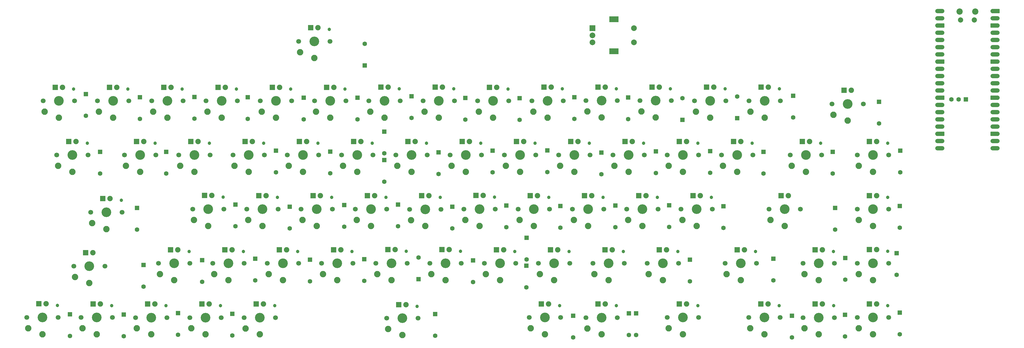
<source format=gbr>
%TF.GenerationSoftware,KiCad,Pcbnew,9.0.2*%
%TF.CreationDate,2025-06-27T22:30:48-07:00*%
%TF.ProjectId,Proj3,50726f6a-332e-46b6-9963-61645f706362,rev?*%
%TF.SameCoordinates,Original*%
%TF.FileFunction,Soldermask,Bot*%
%TF.FilePolarity,Negative*%
%FSLAX46Y46*%
G04 Gerber Fmt 4.6, Leading zero omitted, Abs format (unit mm)*
G04 Created by KiCad (PCBNEW 9.0.2) date 2025-06-27 22:30:48*
%MOMM*%
%LPD*%
G01*
G04 APERTURE LIST*
G04 Aperture macros list*
%AMRoundRect*
0 Rectangle with rounded corners*
0 $1 Rounding radius*
0 $2 $3 $4 $5 $6 $7 $8 $9 X,Y pos of 4 corners*
0 Add a 4 corners polygon primitive as box body*
4,1,4,$2,$3,$4,$5,$6,$7,$8,$9,$2,$3,0*
0 Add four circle primitives for the rounded corners*
1,1,$1+$1,$2,$3*
1,1,$1+$1,$4,$5*
1,1,$1+$1,$6,$7*
1,1,$1+$1,$8,$9*
0 Add four rect primitives between the rounded corners*
20,1,$1+$1,$2,$3,$4,$5,0*
20,1,$1+$1,$4,$5,$6,$7,0*
20,1,$1+$1,$6,$7,$8,$9,0*
20,1,$1+$1,$8,$9,$2,$3,0*%
%AMFreePoly0*
4,1,37,0.800000,0.796148,0.878414,0.796148,1.032228,0.765552,1.177117,0.705537,1.307515,0.618408,1.418408,0.507515,1.505537,0.377117,1.565552,0.232228,1.596148,0.078414,1.596148,-0.078414,1.565552,-0.232228,1.505537,-0.377117,1.418408,-0.507515,1.307515,-0.618408,1.177117,-0.705537,1.032228,-0.765552,0.878414,-0.796148,0.800000,-0.796148,0.800000,-0.800000,-1.400000,-0.800000,
-1.403843,-0.796157,-1.439018,-0.796157,-1.511114,-0.766294,-1.566294,-0.711114,-1.596157,-0.639018,-1.596157,-0.603843,-1.600000,-0.600000,-1.600000,0.600000,-1.596157,0.603843,-1.596157,0.639018,-1.566294,0.711114,-1.511114,0.766294,-1.439018,0.796157,-1.403843,0.796157,-1.400000,0.800000,0.800000,0.800000,0.800000,0.796148,0.800000,0.796148,$1*%
%AMFreePoly1*
4,1,37,1.403843,0.796157,1.439018,0.796157,1.511114,0.766294,1.566294,0.711114,1.596157,0.639018,1.596157,0.603843,1.600000,0.600000,1.600000,-0.600000,1.596157,-0.603843,1.596157,-0.639018,1.566294,-0.711114,1.511114,-0.766294,1.439018,-0.796157,1.403843,-0.796157,1.400000,-0.800000,-0.800000,-0.800000,-0.800000,-0.796148,-0.878414,-0.796148,-1.032228,-0.765552,-1.177117,-0.705537,
-1.307515,-0.618408,-1.418408,-0.507515,-1.505537,-0.377117,-1.565552,-0.232228,-1.596148,-0.078414,-1.596148,0.078414,-1.565552,0.232228,-1.505537,0.377117,-1.418408,0.507515,-1.307515,0.618408,-1.177117,0.705537,-1.032228,0.765552,-0.878414,0.796148,-0.800000,0.796148,-0.800000,0.800000,1.400000,0.800000,1.403843,0.796157,1.403843,0.796157,$1*%
G04 Aperture macros list end*
%ADD10C,1.700000*%
%ADD11C,3.400000*%
%ADD12C,2.250000*%
%ADD13C,1.905000*%
%ADD14R,1.905000X1.905000*%
%ADD15C,1.600000*%
%ADD16RoundRect,0.250000X-0.550000X0.550000X-0.550000X-0.550000X0.550000X-0.550000X0.550000X0.550000X0*%
%ADD17C,1.200000*%
%ADD18RoundRect,0.250000X0.550000X-0.550000X0.550000X0.550000X-0.550000X0.550000X-0.550000X-0.550000X0*%
%ADD19R,2.000000X2.000000*%
%ADD20C,2.000000*%
%ADD21R,3.200000X2.000000*%
%ADD22RoundRect,0.200000X0.600000X0.600000X-0.600000X0.600000X-0.600000X-0.600000X0.600000X-0.600000X0*%
%ADD23RoundRect,0.800000X0.800000X0.000010X-0.800000X0.000010X-0.800000X-0.000010X0.800000X-0.000010X0*%
%ADD24FreePoly0,180.000000*%
%ADD25FreePoly1,180.000000*%
%ADD26C,2.200000*%
%ADD27C,1.850000*%
G04 APERTURE END LIST*
D10*
%TO.C,SW60*%
X113550000Y-289212000D03*
D11*
X119050000Y-289212000D03*
D10*
X124550000Y-289212000D03*
D12*
X119050000Y-295112000D03*
X114050000Y-293012000D03*
D13*
X120320000Y-284412000D03*
D14*
X117780000Y-284412000D03*
%TD*%
D15*
%TO.C,D67*%
X253720000Y-294772000D03*
D16*
X253720000Y-287152000D03*
%TD*%
D15*
%TO.C,D75*%
X298740000Y-256812000D03*
D16*
X298740000Y-249192000D03*
%TD*%
%TO.C,D95*%
X240380000Y-306042000D03*
D15*
X240380000Y-313662000D03*
%TD*%
%TO.C,D57*%
X355630000Y-256632000D03*
D16*
X355630000Y-249012000D03*
%TD*%
D15*
%TO.C,D24*%
X241640000Y-256732000D03*
D16*
X241640000Y-249112000D03*
%TD*%
D15*
%TO.C,D42*%
X222520000Y-259432000D03*
D16*
X222520000Y-251812000D03*
%TD*%
D15*
%TO.C,D43*%
X303680000Y-275442000D03*
D16*
X303680000Y-267822000D03*
%TD*%
D15*
%TO.C,D59*%
X260610000Y-256172000D03*
D16*
X260610000Y-248552000D03*
%TD*%
D15*
%TO.C,D74*%
X336960000Y-256332000D03*
D16*
X336960000Y-248712000D03*
%TD*%
D15*
%TO.C,D80*%
X227360000Y-275172000D03*
D16*
X227360000Y-267552000D03*
%TD*%
D15*
%TO.C,D91*%
X279750000Y-256092000D03*
D16*
X279750000Y-248472000D03*
%TD*%
D15*
%TO.C,D40*%
X379920000Y-256582000D03*
D16*
X379920000Y-248962000D03*
%TD*%
D10*
%TO.C,SW56*%
X223370000Y-307515700D03*
D11*
X228870000Y-307515700D03*
D17*
X234090000Y-303315700D03*
D10*
X234370000Y-307515700D03*
D12*
X228870000Y-313415700D03*
X223870000Y-311315700D03*
D13*
X230140000Y-302715700D03*
D14*
X227600000Y-302715700D03*
%TD*%
D16*
%TO.C,D66*%
X246410000Y-268312000D03*
D15*
X246410000Y-275932000D03*
%TD*%
%TO.C,D41*%
X203550000Y-256522000D03*
D16*
X203550000Y-248902000D03*
%TD*%
D15*
%TO.C,D14*%
X208500000Y-275272000D03*
D16*
X208500000Y-267652000D03*
%TD*%
D15*
%TO.C,D17*%
X234540000Y-286172000D03*
D18*
X234540000Y-293792000D03*
%TD*%
D15*
%TO.C,D34*%
X380780000Y-276342000D03*
D16*
X380780000Y-268722000D03*
%TD*%
D15*
%TO.C,D64*%
X265380000Y-275472000D03*
D16*
X265380000Y-267852000D03*
%TD*%
D15*
%TO.C,D26*%
X308410000Y-313442000D03*
D16*
X308410000Y-305822000D03*
%TD*%
D15*
%TO.C,D107*%
X403520000Y-275602000D03*
D16*
X403520000Y-267982000D03*
%TD*%
D15*
%TO.C,D79*%
X322530000Y-275362000D03*
D16*
X322530000Y-267742000D03*
%TD*%
D15*
%TO.C,D8*%
X403490000Y-313122000D03*
D16*
X403490000Y-305502000D03*
%TD*%
D15*
%TO.C,D18*%
X329810000Y-294552000D03*
D16*
X329810000Y-286932000D03*
%TD*%
D15*
%TO.C,D32*%
X384270000Y-313872000D03*
D16*
X384270000Y-306252000D03*
%TD*%
D15*
%TO.C,D65*%
X284330000Y-275672000D03*
D16*
X284330000Y-268052000D03*
%TD*%
D15*
%TO.C,D81*%
X272420000Y-296662000D03*
D16*
X272420000Y-289042000D03*
%TD*%
D15*
%TO.C,D83*%
X272480000Y-286822000D03*
D16*
X272480000Y-279202000D03*
%TD*%
D15*
%TO.C,D7*%
X310930000Y-313392000D03*
D16*
X310930000Y-305772000D03*
%TD*%
D15*
%TO.C,D106*%
X403630000Y-256142000D03*
D16*
X403630000Y-248522000D03*
%TD*%
D15*
%TO.C,D47*%
X288890000Y-314222000D03*
D16*
X288890000Y-306602000D03*
%TD*%
D15*
%TO.C,D58*%
X341580000Y-275752000D03*
D16*
X341580000Y-268132000D03*
%TD*%
D15*
%TO.C,D5*%
X365620000Y-314262000D03*
D16*
X365620000Y-306642000D03*
%TD*%
D15*
%TO.C,D89*%
X317850000Y-256462000D03*
D16*
X317850000Y-248842000D03*
%TD*%
D17*
%TO.C,SW70*%
X184110000Y-303085700D03*
D11*
X178890000Y-307285700D03*
D14*
X177620000Y-302485700D03*
D13*
X180160000Y-302485700D03*
D12*
X178890000Y-313185700D03*
X173890000Y-311085700D03*
D10*
X173390000Y-307285700D03*
X184390000Y-307285700D03*
%TD*%
D19*
%TO.C,SW66*%
X295650000Y-205462000D03*
D20*
X295650000Y-207962000D03*
X295650000Y-210462000D03*
D21*
X303150000Y-202362000D03*
X303150000Y-213562000D03*
D20*
X310150000Y-205462000D03*
X310150000Y-210462000D03*
%TD*%
D10*
%TO.C,SW33*%
X340940000Y-250092000D03*
D11*
X346440000Y-250092000D03*
D17*
X351660000Y-245892000D03*
D10*
X351940000Y-250092000D03*
D12*
X346440000Y-255992000D03*
X341440000Y-253892000D03*
D13*
X347710000Y-245292000D03*
D14*
X345170000Y-245292000D03*
%TD*%
D10*
%TO.C,SW45*%
X283790000Y-250100000D03*
D11*
X289290000Y-250100000D03*
D17*
X294510000Y-245900000D03*
D10*
X294790000Y-250100000D03*
D12*
X289290000Y-256000000D03*
X284290000Y-253900000D03*
D13*
X290560000Y-245300000D03*
D14*
X288020000Y-245300000D03*
%TD*%
D10*
%TO.C,SW9*%
X295760000Y-288212000D03*
D11*
X301260000Y-288212000D03*
D17*
X306480000Y-284012000D03*
D10*
X306760000Y-288212000D03*
D12*
X301260000Y-294112000D03*
X296260000Y-292012000D03*
D13*
X302530000Y-283412000D03*
D14*
X299990000Y-283412000D03*
%TD*%
D10*
%TO.C,SW38*%
X269560000Y-269142000D03*
D11*
X275060000Y-269142000D03*
D17*
X280280000Y-264942000D03*
D10*
X280560000Y-269142000D03*
D12*
X275060000Y-275042000D03*
X270060000Y-272942000D03*
D13*
X276330000Y-264342000D03*
D14*
X273790000Y-264342000D03*
%TD*%
D10*
%TO.C,SW15*%
X107570000Y-250092000D03*
D11*
X113070000Y-250092000D03*
D17*
X118290000Y-245892000D03*
D10*
X118570000Y-250092000D03*
D12*
X113070000Y-255992000D03*
X108070000Y-253892000D03*
D13*
X114340000Y-245292000D03*
D14*
X111800000Y-245292000D03*
%TD*%
D10*
%TO.C,SW19*%
X357620000Y-269142000D03*
D11*
X363120000Y-269142000D03*
D10*
X368620000Y-269142000D03*
D12*
X363120000Y-275042000D03*
X358120000Y-272942000D03*
D13*
X364390000Y-264342000D03*
D14*
X361850000Y-264342000D03*
%TD*%
D10*
%TO.C,SW30*%
X97090000Y-307222000D03*
D11*
X102590000Y-307222000D03*
D17*
X107810000Y-303022000D03*
D10*
X108090000Y-307222000D03*
D12*
X102590000Y-313122000D03*
X97590000Y-311022000D03*
D13*
X103860000Y-302422000D03*
D14*
X101320000Y-302422000D03*
%TD*%
D10*
%TO.C,SW62*%
X198070000Y-231042000D03*
D11*
X203570000Y-231042000D03*
D17*
X208790000Y-226842000D03*
D10*
X209070000Y-231042000D03*
D12*
X203570000Y-236942000D03*
X198570000Y-234842000D03*
D13*
X204840000Y-226242000D03*
D14*
X202300000Y-226242000D03*
%TD*%
D10*
%TO.C,SW57*%
X135230000Y-307272000D03*
D11*
X140730000Y-307272000D03*
D17*
X145950000Y-303072000D03*
D10*
X146230000Y-307272000D03*
D12*
X140730000Y-313172000D03*
X135730000Y-311072000D03*
D13*
X142000000Y-302472000D03*
D14*
X139460000Y-302472000D03*
%TD*%
D10*
%TO.C,SW63*%
X342160000Y-288202000D03*
D11*
X347660000Y-288202000D03*
D17*
X352880000Y-284002000D03*
D10*
X353160000Y-288202000D03*
D12*
X347660000Y-294102000D03*
X342660000Y-292002000D03*
D13*
X348930000Y-283402000D03*
D14*
X346390000Y-283402000D03*
%TD*%
D10*
%TO.C,SW54*%
X169490000Y-250100000D03*
D11*
X174990000Y-250100000D03*
D17*
X180210000Y-245900000D03*
D10*
X180490000Y-250100000D03*
D12*
X174990000Y-256000000D03*
X169990000Y-253900000D03*
D13*
X176260000Y-245300000D03*
D14*
X173720000Y-245300000D03*
%TD*%
D10*
%TO.C,SW65*%
X388570000Y-269142000D03*
D11*
X394070000Y-269142000D03*
D17*
X399290000Y-264942000D03*
D10*
X399570000Y-269142000D03*
D12*
X394070000Y-275042000D03*
X389070000Y-272942000D03*
D13*
X395340000Y-264342000D03*
D14*
X392800000Y-264342000D03*
%TD*%
D10*
%TO.C,SW2*%
X369520000Y-288192000D03*
D11*
X375020000Y-288192000D03*
D17*
X380240000Y-283992000D03*
D10*
X380520000Y-288192000D03*
D12*
X375020000Y-294092000D03*
X370020000Y-291992000D03*
D13*
X376290000Y-283392000D03*
D14*
X373750000Y-283392000D03*
%TD*%
D10*
%TO.C,SW41*%
X116150000Y-307242000D03*
D11*
X121650000Y-307242000D03*
D17*
X126870000Y-303042000D03*
D10*
X127150000Y-307242000D03*
D12*
X121650000Y-313142000D03*
X116650000Y-311042000D03*
D13*
X122920000Y-302442000D03*
D14*
X120380000Y-302442000D03*
%TD*%
D10*
%TO.C,SW1*%
X350470000Y-307242000D03*
D11*
X355970000Y-307242000D03*
D17*
X361190000Y-303042000D03*
D10*
X361470000Y-307242000D03*
D12*
X355970000Y-313142000D03*
X350970000Y-311042000D03*
D13*
X357240000Y-302442000D03*
D14*
X354700000Y-302442000D03*
%TD*%
D10*
%TO.C,SW4*%
X388570000Y-307242000D03*
D11*
X394070000Y-307242000D03*
D17*
X399290000Y-303042000D03*
D10*
X399570000Y-307242000D03*
D12*
X394070000Y-313142000D03*
X389070000Y-311042000D03*
D13*
X395340000Y-302442000D03*
D14*
X392800000Y-302442000D03*
%TD*%
D10*
%TO.C,SW48*%
X276690000Y-288202000D03*
D11*
X282190000Y-288202000D03*
D17*
X287410000Y-284002000D03*
D10*
X287690000Y-288202000D03*
D12*
X282190000Y-294102000D03*
X277190000Y-292002000D03*
D13*
X283460000Y-283402000D03*
D14*
X280920000Y-283402000D03*
%TD*%
D10*
%TO.C,SW51*%
X293310000Y-230975700D03*
D11*
X298810000Y-230975700D03*
D17*
X304030000Y-226775700D03*
D10*
X304310000Y-230975700D03*
D12*
X298810000Y-236875700D03*
X293810000Y-234775700D03*
D13*
X300080000Y-226175700D03*
D14*
X297540000Y-226175700D03*
%TD*%
D10*
%TO.C,SW5*%
X143320000Y-288212000D03*
D11*
X148820000Y-288212000D03*
D17*
X154040000Y-284012000D03*
D10*
X154320000Y-288212000D03*
D12*
X148820000Y-294112000D03*
X143820000Y-292012000D03*
D13*
X150090000Y-283412000D03*
D14*
X147550000Y-283412000D03*
%TD*%
D10*
%TO.C,SW26*%
X293320000Y-307292000D03*
D11*
X298820000Y-307292000D03*
D17*
X304040000Y-303092000D03*
D10*
X304320000Y-307292000D03*
D12*
X298820000Y-313192000D03*
X293820000Y-311092000D03*
D13*
X300090000Y-302492000D03*
D14*
X297550000Y-302492000D03*
%TD*%
D10*
%TO.C,SW34*%
X326670000Y-269142000D03*
D11*
X332170000Y-269142000D03*
D17*
X337390000Y-264942000D03*
D10*
X337670000Y-269142000D03*
D12*
X332170000Y-275042000D03*
X327170000Y-272942000D03*
D13*
X333440000Y-264342000D03*
D14*
X330900000Y-264342000D03*
%TD*%
D10*
%TO.C,SW69*%
X350560000Y-231022000D03*
D11*
X356060000Y-231022000D03*
D17*
X361280000Y-226822000D03*
D10*
X361560000Y-231022000D03*
D12*
X356060000Y-236922000D03*
X351060000Y-234822000D03*
D13*
X357330000Y-226222000D03*
D14*
X354790000Y-226222000D03*
%TD*%
D10*
%TO.C,SW17*%
X369530000Y-307272000D03*
D11*
X375030000Y-307272000D03*
D17*
X380250000Y-303072000D03*
D10*
X380530000Y-307272000D03*
D12*
X375030000Y-313172000D03*
X370030000Y-311072000D03*
D13*
X376300000Y-302472000D03*
D14*
X373760000Y-302472000D03*
%TD*%
D10*
%TO.C,SW7*%
X181460000Y-288202000D03*
D11*
X186960000Y-288202000D03*
D17*
X192180000Y-284002000D03*
D10*
X192460000Y-288202000D03*
D12*
X186960000Y-294102000D03*
X181960000Y-292002000D03*
D13*
X188230000Y-283402000D03*
D14*
X185690000Y-283402000D03*
%TD*%
D10*
%TO.C,SW13*%
X131390000Y-250100000D03*
D11*
X136890000Y-250100000D03*
D17*
X142110000Y-245900000D03*
D10*
X142390000Y-250100000D03*
D12*
X136890000Y-256000000D03*
X131890000Y-253900000D03*
D13*
X138160000Y-245300000D03*
D14*
X135620000Y-245300000D03*
%TD*%
D10*
%TO.C,SW35*%
X245690000Y-250100000D03*
D11*
X251190000Y-250100000D03*
D17*
X256410000Y-245900000D03*
D10*
X256690000Y-250100000D03*
D12*
X251190000Y-256000000D03*
X246190000Y-253900000D03*
D13*
X252460000Y-245300000D03*
D14*
X249920000Y-245300000D03*
%TD*%
D10*
%TO.C,SW71*%
X273410000Y-307262000D03*
D11*
X278910000Y-307262000D03*
D17*
X284130000Y-303062000D03*
D10*
X284410000Y-307262000D03*
D12*
X278910000Y-313162000D03*
X273910000Y-311062000D03*
D13*
X280180000Y-302462000D03*
D14*
X277640000Y-302462000D03*
%TD*%
D10*
%TO.C,SW40*%
X238600000Y-288182000D03*
D11*
X244100000Y-288182000D03*
D17*
X249320000Y-283982000D03*
D10*
X249600000Y-288182000D03*
D12*
X244100000Y-294082000D03*
X239100000Y-291982000D03*
D13*
X245370000Y-283382000D03*
D14*
X242830000Y-283382000D03*
%TD*%
D10*
%TO.C,SW22*%
X365030000Y-250112000D03*
D11*
X370530000Y-250112000D03*
D17*
X375750000Y-245912000D03*
D10*
X376030000Y-250112000D03*
D12*
X370530000Y-256012000D03*
X365530000Y-253912000D03*
D13*
X371800000Y-245312000D03*
D14*
X369260000Y-245312000D03*
%TD*%
D10*
%TO.C,SW58*%
X236220000Y-231022000D03*
D11*
X241720000Y-231022000D03*
D17*
X246940000Y-226822000D03*
D10*
X247220000Y-231022000D03*
D12*
X241720000Y-236922000D03*
X236720000Y-234822000D03*
D13*
X242990000Y-226222000D03*
D14*
X240450000Y-226222000D03*
%TD*%
D10*
%TO.C,SW36*%
X155290000Y-269122000D03*
D11*
X160790000Y-269122000D03*
D17*
X166010000Y-264922000D03*
D10*
X166290000Y-269122000D03*
D12*
X160790000Y-275022000D03*
X155790000Y-272922000D03*
D13*
X162060000Y-264322000D03*
D14*
X159520000Y-264322000D03*
%TD*%
D10*
%TO.C,SW25*%
X288610000Y-269142000D03*
D11*
X294110000Y-269142000D03*
D17*
X299330000Y-264942000D03*
D10*
X299610000Y-269142000D03*
D12*
X294110000Y-275042000D03*
X289110000Y-272942000D03*
D13*
X295380000Y-264342000D03*
D14*
X292840000Y-264342000D03*
%TD*%
D10*
%TO.C,SW28*%
X388560000Y-288172000D03*
D11*
X394060000Y-288172000D03*
D17*
X399280000Y-283972000D03*
D10*
X399560000Y-288172000D03*
D12*
X394060000Y-294072000D03*
X389060000Y-291972000D03*
D13*
X395330000Y-283372000D03*
D14*
X392790000Y-283372000D03*
%TD*%
D10*
%TO.C,SW31*%
X154340000Y-307275700D03*
D11*
X159840000Y-307275700D03*
D17*
X165060000Y-303075700D03*
D10*
X165340000Y-307275700D03*
D12*
X159840000Y-313175700D03*
X154840000Y-311075700D03*
D13*
X161110000Y-302475700D03*
D14*
X158570000Y-302475700D03*
%TD*%
D10*
%TO.C,SW43*%
X207590000Y-250100000D03*
D11*
X213090000Y-250100000D03*
D17*
X218310000Y-245900000D03*
D10*
X218590000Y-250100000D03*
D12*
X213090000Y-256000000D03*
X208090000Y-253900000D03*
D13*
X214360000Y-245300000D03*
D14*
X211820000Y-245300000D03*
%TD*%
D10*
%TO.C,SW6*%
X193370000Y-269162000D03*
D11*
X198870000Y-269162000D03*
D17*
X204090000Y-264962000D03*
D10*
X204370000Y-269162000D03*
D12*
X198870000Y-275062000D03*
X193870000Y-272962000D03*
D13*
X200140000Y-264362000D03*
D14*
X197600000Y-264362000D03*
%TD*%
D10*
%TO.C,SW23*%
X188540000Y-250100000D03*
D11*
X194040000Y-250100000D03*
D17*
X199260000Y-245900000D03*
D10*
X199540000Y-250100000D03*
D12*
X194040000Y-256000000D03*
X189040000Y-253900000D03*
D13*
X195310000Y-245300000D03*
D14*
X192770000Y-245300000D03*
%TD*%
D10*
%TO.C,SW3*%
X321870000Y-307252000D03*
D11*
X327370000Y-307252000D03*
D17*
X332590000Y-303052000D03*
D10*
X332870000Y-307252000D03*
D12*
X327370000Y-313152000D03*
X322370000Y-311052000D03*
D13*
X328640000Y-302452000D03*
D14*
X326100000Y-302452000D03*
%TD*%
D10*
%TO.C,SW18*%
X119520000Y-270232000D03*
D11*
X125020000Y-270232000D03*
D17*
X130240000Y-266032000D03*
D10*
X130520000Y-270232000D03*
D12*
X125020000Y-276132000D03*
X120020000Y-274032000D03*
D13*
X126290000Y-265432000D03*
D14*
X123750000Y-265432000D03*
%TD*%
D10*
%TO.C,SW61*%
X312290000Y-230972000D03*
D11*
X317790000Y-230972000D03*
D17*
X323010000Y-226772000D03*
D10*
X323290000Y-230972000D03*
D12*
X317790000Y-236872000D03*
X312790000Y-234772000D03*
D13*
X319060000Y-226172000D03*
D14*
X316520000Y-226172000D03*
%TD*%
D10*
%TO.C,SW21*%
X121870000Y-231042000D03*
D11*
X127370000Y-231042000D03*
D17*
X132590000Y-226842000D03*
D10*
X132870000Y-231042000D03*
D12*
X127370000Y-236942000D03*
X122370000Y-234842000D03*
D13*
X128640000Y-226242000D03*
D14*
X126100000Y-226242000D03*
%TD*%
D10*
%TO.C,SW68*%
X192500000Y-210092000D03*
D11*
X198000000Y-210092000D03*
D17*
X203220000Y-205892000D03*
D10*
X203500000Y-210092000D03*
D12*
X198000000Y-215992000D03*
X193000000Y-213892000D03*
D13*
X199270000Y-205292000D03*
D14*
X196730000Y-205292000D03*
%TD*%
D10*
%TO.C,SW39*%
X231480000Y-269182000D03*
D11*
X236980000Y-269182000D03*
D17*
X242200000Y-264982000D03*
D10*
X242480000Y-269182000D03*
D12*
X236980000Y-275082000D03*
X231980000Y-272982000D03*
D13*
X238250000Y-264382000D03*
D14*
X235710000Y-264382000D03*
%TD*%
D10*
%TO.C,SW50*%
X257680000Y-288202000D03*
D11*
X263180000Y-288202000D03*
D17*
X268400000Y-284002000D03*
D10*
X268680000Y-288202000D03*
D12*
X263180000Y-294102000D03*
X258180000Y-292002000D03*
D13*
X264450000Y-283402000D03*
D14*
X261910000Y-283402000D03*
%TD*%
D10*
%TO.C,SW67*%
X274340000Y-231022000D03*
D11*
X279840000Y-231022000D03*
D17*
X285060000Y-226822000D03*
D10*
X285340000Y-231022000D03*
D12*
X279840000Y-236922000D03*
X274840000Y-234822000D03*
D13*
X281110000Y-226222000D03*
D14*
X278570000Y-226222000D03*
%TD*%
D10*
%TO.C,SW27*%
X174300000Y-269142000D03*
D11*
X179800000Y-269142000D03*
D17*
X185020000Y-264942000D03*
D10*
X185300000Y-269142000D03*
D12*
X179800000Y-275042000D03*
X174800000Y-272942000D03*
D13*
X181070000Y-264342000D03*
D14*
X178530000Y-264342000D03*
%TD*%
D10*
%TO.C,SW44*%
X321890000Y-250092000D03*
D11*
X327390000Y-250092000D03*
D17*
X332610000Y-245892000D03*
D10*
X332890000Y-250092000D03*
D12*
X327390000Y-255992000D03*
X322390000Y-253892000D03*
D13*
X328660000Y-245292000D03*
D14*
X326120000Y-245292000D03*
%TD*%
D10*
%TO.C,SW16*%
X379730000Y-232105700D03*
D11*
X385230000Y-232105700D03*
D10*
X390730000Y-232105700D03*
D12*
X385230000Y-238005700D03*
X380230000Y-235905700D03*
D13*
X386500000Y-227305700D03*
D14*
X383960000Y-227305700D03*
%TD*%
D10*
%TO.C,SW52*%
X179020000Y-231042000D03*
D11*
X184520000Y-231042000D03*
D17*
X189740000Y-226842000D03*
D10*
X190020000Y-231042000D03*
D12*
X184520000Y-236942000D03*
X179520000Y-234842000D03*
D13*
X185790000Y-226242000D03*
D14*
X183250000Y-226242000D03*
%TD*%
D10*
%TO.C,SW24*%
X226640000Y-250100000D03*
D11*
X232140000Y-250100000D03*
D17*
X237360000Y-245900000D03*
D10*
X237640000Y-250100000D03*
D12*
X232140000Y-256000000D03*
X227140000Y-253900000D03*
D13*
X233410000Y-245300000D03*
D14*
X230870000Y-245300000D03*
%TD*%
D10*
%TO.C,SW14*%
X219580000Y-288182000D03*
D11*
X225080000Y-288182000D03*
D17*
X230300000Y-283982000D03*
D10*
X230580000Y-288182000D03*
D12*
X225080000Y-294082000D03*
X220080000Y-291982000D03*
D13*
X226350000Y-283382000D03*
D14*
X223810000Y-283382000D03*
%TD*%
D10*
%TO.C,SW12*%
X150440000Y-250100000D03*
D11*
X155940000Y-250100000D03*
D17*
X161160000Y-245900000D03*
D10*
X161440000Y-250100000D03*
D12*
X155940000Y-256000000D03*
X150940000Y-253900000D03*
D13*
X157210000Y-245300000D03*
D14*
X154670000Y-245300000D03*
%TD*%
D10*
%TO.C,SW32*%
X159970000Y-231042000D03*
D11*
X165470000Y-231042000D03*
D17*
X170690000Y-226842000D03*
D10*
X170970000Y-231042000D03*
D12*
X165470000Y-236942000D03*
X160470000Y-234842000D03*
D13*
X166740000Y-226242000D03*
D14*
X164200000Y-226242000D03*
%TD*%
D10*
%TO.C,SW10*%
X314840000Y-288192000D03*
D11*
X320340000Y-288192000D03*
D17*
X325560000Y-283992000D03*
D10*
X325840000Y-288192000D03*
D12*
X320340000Y-294092000D03*
X315340000Y-291992000D03*
D13*
X321610000Y-283392000D03*
D14*
X319070000Y-283392000D03*
%TD*%
D10*
%TO.C,SW37*%
X250510000Y-269132000D03*
D11*
X256010000Y-269132000D03*
D17*
X261230000Y-264932000D03*
D10*
X261510000Y-269132000D03*
D12*
X256010000Y-275032000D03*
X251010000Y-272932000D03*
D13*
X257280000Y-264332000D03*
D14*
X254740000Y-264332000D03*
%TD*%
D10*
%TO.C,SW8*%
X200520000Y-288202000D03*
D11*
X206020000Y-288202000D03*
D17*
X211240000Y-284002000D03*
D10*
X211520000Y-288202000D03*
D12*
X206020000Y-294102000D03*
X201020000Y-292002000D03*
D13*
X207290000Y-283402000D03*
D14*
X204750000Y-283402000D03*
%TD*%
D10*
%TO.C,SW42*%
X140920000Y-231042000D03*
D11*
X146420000Y-231042000D03*
D17*
X151640000Y-226842000D03*
D10*
X151920000Y-231042000D03*
D12*
X146420000Y-236942000D03*
X141420000Y-234842000D03*
D13*
X147690000Y-226242000D03*
D14*
X145150000Y-226242000D03*
%TD*%
D10*
%TO.C,SW49*%
X217110000Y-231032000D03*
D11*
X222610000Y-231032000D03*
D17*
X227830000Y-226832000D03*
D10*
X228110000Y-231032000D03*
D12*
X222610000Y-236932000D03*
X217610000Y-234832000D03*
D13*
X223880000Y-226232000D03*
D14*
X221340000Y-226232000D03*
%TD*%
D10*
%TO.C,SW53*%
X302840000Y-250092000D03*
D11*
X308340000Y-250092000D03*
D17*
X313560000Y-245892000D03*
D10*
X313840000Y-250092000D03*
D12*
X308340000Y-255992000D03*
X303340000Y-253892000D03*
D13*
X309610000Y-245292000D03*
D14*
X307070000Y-245292000D03*
%TD*%
D10*
%TO.C,SW55*%
X264740000Y-250100000D03*
D11*
X270240000Y-250100000D03*
D17*
X275460000Y-245900000D03*
D10*
X275740000Y-250100000D03*
D12*
X270240000Y-256000000D03*
X265240000Y-253900000D03*
D13*
X271510000Y-245300000D03*
D14*
X268970000Y-245300000D03*
%TD*%
D10*
%TO.C,SW11*%
X102820000Y-231042000D03*
D11*
X108320000Y-231042000D03*
D17*
X113540000Y-226842000D03*
D10*
X113820000Y-231042000D03*
D12*
X108320000Y-236942000D03*
X103320000Y-234842000D03*
D13*
X109590000Y-226242000D03*
D14*
X107050000Y-226242000D03*
%TD*%
D10*
%TO.C,SW47*%
X212400000Y-269152000D03*
D11*
X217900000Y-269152000D03*
D17*
X223120000Y-264952000D03*
D10*
X223400000Y-269152000D03*
D12*
X217900000Y-275052000D03*
X212900000Y-272952000D03*
D13*
X219170000Y-264352000D03*
D14*
X216630000Y-264352000D03*
%TD*%
D10*
%TO.C,SW29*%
X162400000Y-288202000D03*
D11*
X167900000Y-288202000D03*
D17*
X173120000Y-284002000D03*
D10*
X173400000Y-288202000D03*
D12*
X167900000Y-294102000D03*
X162900000Y-292002000D03*
D13*
X169170000Y-283402000D03*
D14*
X166630000Y-283402000D03*
%TD*%
D10*
%TO.C,SW20*%
X255280000Y-231042000D03*
D11*
X260780000Y-231042000D03*
D17*
X266000000Y-226842000D03*
D10*
X266280000Y-231042000D03*
D12*
X260780000Y-236942000D03*
X255780000Y-234842000D03*
D13*
X262050000Y-226242000D03*
D14*
X259510000Y-226242000D03*
%TD*%
D10*
%TO.C,SW59*%
X331440000Y-231012000D03*
D11*
X336940000Y-231012000D03*
D17*
X342160000Y-226812000D03*
D10*
X342440000Y-231012000D03*
D12*
X336940000Y-236912000D03*
X331940000Y-234812000D03*
D13*
X338210000Y-226212000D03*
D14*
X335670000Y-226212000D03*
%TD*%
D10*
%TO.C,SW46*%
X307650000Y-269142000D03*
D11*
X313150000Y-269142000D03*
D17*
X318370000Y-264942000D03*
D10*
X318650000Y-269142000D03*
D12*
X313150000Y-275042000D03*
X308150000Y-272942000D03*
D13*
X314420000Y-264342000D03*
D14*
X311880000Y-264342000D03*
%TD*%
D10*
%TO.C,SW64*%
X388570000Y-250092000D03*
D11*
X394070000Y-250092000D03*
D17*
X399290000Y-245892000D03*
D10*
X399570000Y-250092000D03*
D12*
X394070000Y-255992000D03*
X389070000Y-253892000D03*
D13*
X395340000Y-245292000D03*
D14*
X392800000Y-245292000D03*
%TD*%
D16*
%TO.C,D99*%
X138040000Y-288762000D03*
D15*
X138040000Y-296382000D03*
%TD*%
D16*
%TO.C,D114*%
X366060000Y-229222000D03*
D15*
X366060000Y-236842000D03*
%TD*%
D16*
%TO.C,D112*%
X289240000Y-229732000D03*
D15*
X289240000Y-237352000D03*
%TD*%
D16*
%TO.C,D71*%
X131090000Y-306242000D03*
D15*
X131090000Y-313862000D03*
%TD*%
D16*
%TO.C,D105*%
X359110000Y-286542000D03*
D15*
X359110000Y-294162000D03*
%TD*%
D16*
%TO.C,D27*%
X122780000Y-248992000D03*
D15*
X122780000Y-256612000D03*
%TD*%
D18*
%TO.C,D103*%
X327200000Y-237702000D03*
D15*
X327200000Y-230082000D03*
%TD*%
D16*
%TO.C,D90*%
X184560000Y-248552000D03*
D15*
X184560000Y-256172000D03*
%TD*%
D16*
%TO.C,D51*%
X112200000Y-306152000D03*
D15*
X112200000Y-313772000D03*
%TD*%
D18*
%TO.C,D113*%
X215710000Y-218562000D03*
D15*
X215710000Y-210942000D03*
%TD*%
D16*
%TO.C,D48*%
X189390000Y-268262000D03*
D15*
X189390000Y-275882000D03*
%TD*%
D16*
%TO.C,D49*%
X402430000Y-284612000D03*
D15*
X402430000Y-292232000D03*
%TD*%
D16*
%TO.C,D35*%
X270030000Y-230132000D03*
D15*
X270030000Y-237752000D03*
%TD*%
D18*
%TO.C,D98*%
X346460000Y-237110000D03*
D15*
X346460000Y-229490000D03*
%TD*%
D16*
%TO.C,D56*%
X174660000Y-229762000D03*
D15*
X174660000Y-237382000D03*
%TD*%
D16*
%TO.C,D33*%
X135790000Y-268712000D03*
D15*
X135790000Y-276332000D03*
%TD*%
D16*
%TO.C,D104*%
X213170000Y-229912000D03*
D15*
X213170000Y-237532000D03*
%TD*%
D16*
%TO.C,D23*%
X117850000Y-228692000D03*
D15*
X117850000Y-236312000D03*
%TD*%
D16*
%TO.C,D31*%
X396240000Y-231352000D03*
D15*
X396240000Y-238972000D03*
%TD*%
D16*
%TO.C,D9*%
X158640000Y-287042000D03*
D15*
X158640000Y-294662000D03*
%TD*%
D16*
%TO.C,D25*%
X146050000Y-249002000D03*
D15*
X146050000Y-256622000D03*
%TD*%
D16*
%TO.C,D97*%
X250990000Y-230032000D03*
D15*
X250990000Y-237652000D03*
%TD*%
D16*
%TO.C,D88*%
X194310000Y-229882000D03*
D15*
X194310000Y-237502000D03*
%TD*%
D16*
%TO.C,D82*%
X232090000Y-229442000D03*
D15*
X232090000Y-237062000D03*
%TD*%
D16*
%TO.C,D39*%
X136770000Y-229722000D03*
D15*
X136770000Y-237342000D03*
%TD*%
D16*
%TO.C,D96*%
X150160000Y-305692000D03*
D15*
X150160000Y-313312000D03*
%TD*%
D16*
%TO.C,D63*%
X170300000Y-267522000D03*
D15*
X170300000Y-275142000D03*
%TD*%
D16*
%TO.C,D72*%
X155920000Y-229702000D03*
D15*
X155920000Y-237322000D03*
%TD*%
D16*
%TO.C,D6*%
X384340000Y-286312000D03*
D15*
X384340000Y-293932000D03*
%TD*%
D16*
%TO.C,D87*%
X308170000Y-229832000D03*
D15*
X308170000Y-237452000D03*
%TD*%
D16*
%TO.C,D16*%
X215570000Y-286762000D03*
D15*
X215570000Y-294382000D03*
%TD*%
D16*
%TO.C,D50*%
X177280000Y-286592000D03*
D15*
X177280000Y-294212000D03*
%TD*%
D16*
%TO.C,D15*%
X196480000Y-286892000D03*
D15*
X196480000Y-294512000D03*
%TD*%
D16*
%TO.C,D73*%
X222550000Y-241892000D03*
D15*
X222550000Y-249512000D03*
%TD*%
D16*
%TO.C,D55*%
X169250000Y-305952000D03*
D15*
X169250000Y-313572000D03*
%TD*%
%TO.C,A1*%
X421585900Y-230542000D03*
X424125900Y-230542000D03*
D22*
X426665900Y-230542000D03*
D23*
X417560000Y-199442000D03*
X417560000Y-201982000D03*
D24*
X417560000Y-204522000D03*
D23*
X417560000Y-207062000D03*
X417560000Y-209602000D03*
X417560000Y-212142000D03*
X417560000Y-214682000D03*
D24*
X417560000Y-217222000D03*
D23*
X417560000Y-219762000D03*
X417560000Y-222302000D03*
X417560000Y-224842000D03*
X417560000Y-227382000D03*
D24*
X417560000Y-229922000D03*
D23*
X417560000Y-232462000D03*
X417560000Y-235002000D03*
X417560000Y-237542000D03*
X417560000Y-240082000D03*
D24*
X417560000Y-242622000D03*
D23*
X417560000Y-245162000D03*
X417560000Y-247702000D03*
X436940000Y-247702000D03*
X436940000Y-245162000D03*
D25*
X436940000Y-242622000D03*
D23*
X436940000Y-240082000D03*
X436940000Y-237542000D03*
X436940000Y-235002000D03*
X436940000Y-232462000D03*
D25*
X436940000Y-229922000D03*
D23*
X436940000Y-227382000D03*
X436940000Y-224842000D03*
X436940000Y-222302000D03*
X436940000Y-219762000D03*
D25*
X436940000Y-217222000D03*
D23*
X436940000Y-214682000D03*
X436940000Y-212142000D03*
X436940000Y-209602000D03*
X436940000Y-207062000D03*
D25*
X436940000Y-204522000D03*
D23*
X436940000Y-201982000D03*
D24*
X436940000Y-199442000D03*
D26*
X424525000Y-199572000D03*
D27*
X424825000Y-202602000D03*
X429675000Y-202602000D03*
D26*
X429975000Y-199572000D03*
%TD*%
M02*

</source>
